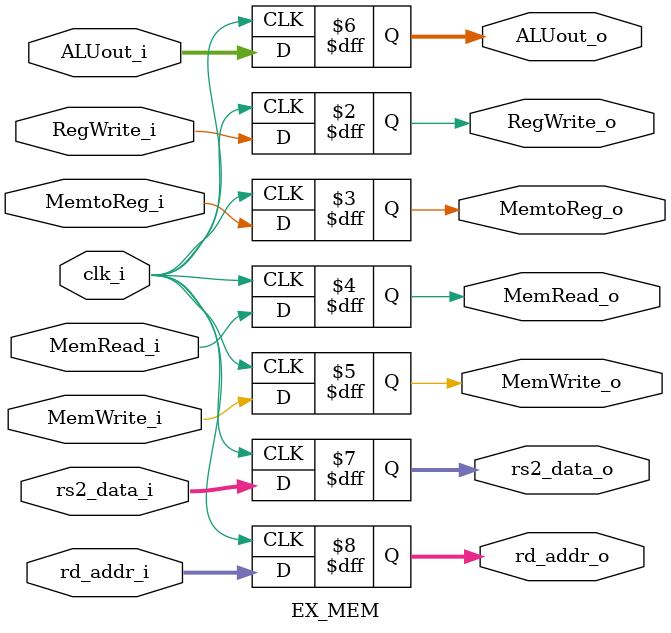
<source format=v>
module EX_MEM
(
    clk_i,

    RegWrite_i,
    MemtoReg_i,
    MemRead_i,
    MemWrite_i,
    ALUout_i,
    rs2_data_i,
    rd_addr_i,

    RegWrite_o,
    MemtoReg_o,
    MemRead_o,
    MemWrite_o,
    ALUout_o,
    rs2_data_o,
    rd_addr_o
);

// Interface
input          clk_i;
input          RegWrite_i, MemtoReg_i, MemRead_i, MemWrite_i;

input  [31:0]  ALUout_i, rs2_data_i;
input   [4:0]  rd_addr_i;

output         RegWrite_o, MemtoReg_o, MemRead_o, MemWrite_o;

output [31:0]  ALUout_o, rs2_data_o;
output  [4:0]  rd_addr_o;
// memory
reg            RegWrite_o, MemtoReg_o, MemRead_o, MemWrite_o;

reg    [31:0]  ALUout_o, rs2_data_o;
reg     [4:0]  rd_addr_o;

always@(posedge clk_i) begin
    // use all non-blocking
    RegWrite_o  <=  RegWrite_i;
    MemtoReg_o  <=  MemtoReg_i;
    MemRead_o   <=  MemRead_i;
    MemWrite_o  <=  MemWrite_i;
    ALUout_o    <=  ALUout_i;
    rs2_data_o  <=  rs2_data_i;
    rd_addr_o   <=  rd_addr_i;
end

endmodule
</source>
